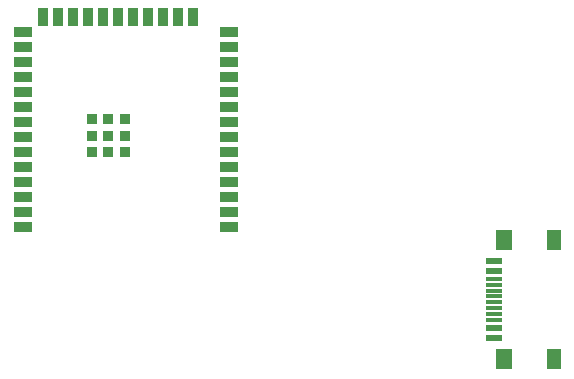
<source format=gbp>
G04*
G04 #@! TF.GenerationSoftware,Altium Limited,Altium Designer,24.3.1 (35)*
G04*
G04 Layer_Color=128*
%FSLAX44Y44*%
%MOMM*%
G71*
G04*
G04 #@! TF.SameCoordinates,F933E494-0B61-492B-8715-CC6E50B89988*
G04*
G04*
G04 #@! TF.FilePolarity,Positive*
G04*
G01*
G75*
%ADD74R,1.4500X0.6000*%
%ADD75R,1.4500X0.3000*%
%ADD76R,1.4500X1.8000*%
%ADD77R,1.2000X1.8000*%
%ADD78R,0.9000X0.9000*%
%ADD79R,1.5000X0.9000*%
%ADD80R,0.9000X1.5000*%
D74*
X604370Y43700D02*
D03*
Y51700D02*
D03*
Y100700D02*
D03*
Y108700D02*
D03*
D75*
Y58700D02*
D03*
Y63700D02*
D03*
Y68700D02*
D03*
Y73700D02*
D03*
Y78700D02*
D03*
Y83700D02*
D03*
Y88700D02*
D03*
Y93700D02*
D03*
D76*
X613520Y126900D02*
D03*
Y25500D02*
D03*
D77*
X655320Y126900D02*
D03*
Y25500D02*
D03*
D78*
X292100Y200660D02*
D03*
Y214660D02*
D03*
Y228660D02*
D03*
X278100D02*
D03*
X264100D02*
D03*
Y214660D02*
D03*
Y200660D02*
D03*
X278100D02*
D03*
Y214660D02*
D03*
D79*
X380600Y137460D02*
D03*
Y150160D02*
D03*
Y162860D02*
D03*
Y175560D02*
D03*
Y188260D02*
D03*
Y200960D02*
D03*
Y213660D02*
D03*
Y226360D02*
D03*
Y239060D02*
D03*
Y251760D02*
D03*
Y264460D02*
D03*
Y277160D02*
D03*
Y289860D02*
D03*
Y302560D02*
D03*
X205600D02*
D03*
Y289860D02*
D03*
Y277160D02*
D03*
Y264460D02*
D03*
Y251760D02*
D03*
Y239060D02*
D03*
Y226360D02*
D03*
Y213660D02*
D03*
Y200960D02*
D03*
Y188260D02*
D03*
Y175560D02*
D03*
Y162860D02*
D03*
Y150160D02*
D03*
Y137460D02*
D03*
D80*
X350250Y315060D02*
D03*
X337550D02*
D03*
X324850D02*
D03*
X312150D02*
D03*
X299450D02*
D03*
X286750D02*
D03*
X274050D02*
D03*
X261350D02*
D03*
X248650D02*
D03*
X235950D02*
D03*
X223250D02*
D03*
M02*

</source>
